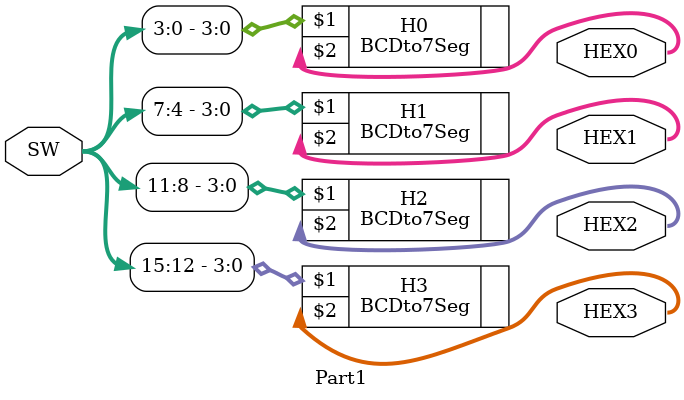
<source format=v>

module Part1 ( SW, HEX0, HEX1, HEX2, HEX3);
	input [15:0]SW;	// inputs
	output [0:6]HEX0;	// outputs
	output [0:6]HEX1;
	output [0:6]HEX2;
	output [0:6]HEX3;
	
	BCDto7Seg H0(SW[3:0], HEX0);	//Display converters
	BCDto7Seg H1(SW[7:4], HEX1);
	BCDto7Seg H2(SW[11:8], HEX2);
	BCDto7Seg H3(SW[15:12], HEX3);
	
endmodule
</source>
